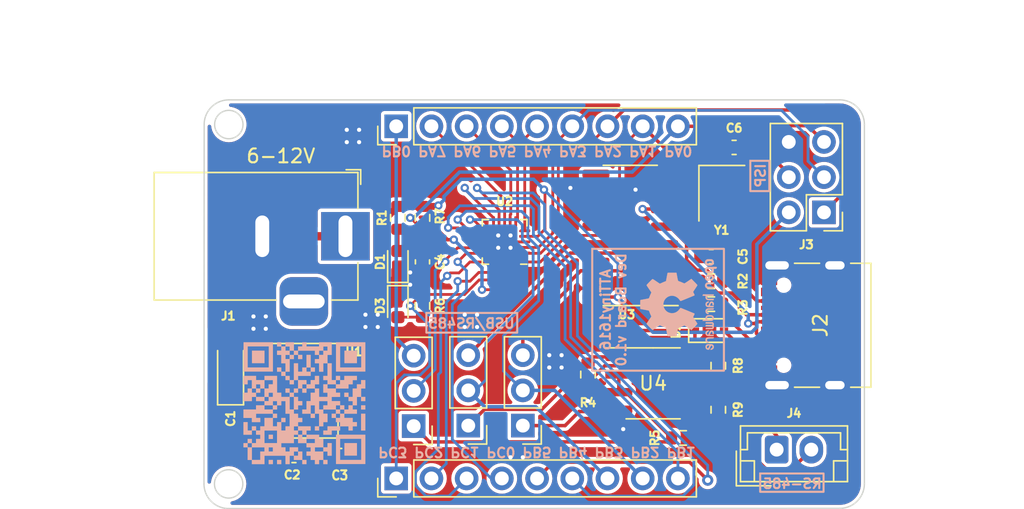
<source format=kicad_pcb>
(kicad_pcb (version 20211014) (generator pcbnew)
  (layers (0 "F.Cu" signal) (31 "B.Cu" signal) (34 "B.Paste" user) (35 "F.Paste" user) (36 "B.SilkS" user "B.Silkscreen") (37 "F.SilkS" user "F.Silkscreen") (38 "B.Mask" user) (39 "F.Mask" user) (44 "Edge.Cuts" user))
  (net 0 "")
  (net 1 "+12V")
  (net 2 "GND")
  (net 3 "+5V")
  (net 4 "/PA0")
  (net 5 "/CH_XI")
  (net 6 "/CH_XO")
  (net 7 "Net-(D1-Pad2)")
  (net 8 "Net-(D2-Pad2)")
  (net 9 "Net-(D3-Pad2)")
  (net 10 "Net-(J2-PadA5)")
  (net 11 "Net-(J2-PadA6)")
  (net 12 "Net-(J2-PadA7)")
  (net 14 "Net-(J2-PadB5)")
  (net 16 "/PA2")
  (net 17 "/PA3")
  (net 18 "/PA1")
  (net 19 "Net-(J4-Pad1)")
  (net 20 "Net-(J4-Pad2)")
  (net 21 "/PB0_SW_O")
  (net 22 "/PA7")
  (net 23 "/PA6")
  (net 24 "/PA5")
  (net 25 "/PA4")
  (net 26 "/PC3")
  (net 27 "/PC2")
  (net 28 "/PC1")
  (net 29 "/PC0")
  (net 30 "/PB5")
  (net 31 "/PB4")
  (net 32 "/PB3")
  (net 33 "/PB2")
  (net 34 "/PB1")
  (net 35 "/RS_DI")
  (net 36 "/CH_TXD")
  (net 37 "/RS_DO")
  (net 38 "/CH_RXD")
  (net 39 "/RS_DE")
  (net 40 "/PB0")
  (footprint "Diode_SMD:D_SOD-323" (layer "F.Cu") (at 121.92 53.34)
    (fp_text reference "D2")
    (fp_text value "SS10")
  )
  (footprint "Connector_USB:USB_C_Receptacle_Palconn_UTC16-G" (layer "F.Cu") (at 128.7272 52.959 90)
    (fp_text reference "J2")
    (fp_text value "USB_C_Receptacle_USB2.0" hide)
  )
  (footprint "Resistor_SMD:R_0603_1608Metric" (layer "F.Cu") (at 120.015 61.087)
    (fp_text reference "R5")
    (fp_text value "10K")
  )
  (footprint "Crystal:Crystal_SMD_3225-4Pin_3.2x2.5mm" (layer "F.Cu") (at 122.809 43.434 -90)
    (fp_text reference "Y1")
    (fp_text value "12Mhz")
  )
  (footprint "Diode_SMD:D_0603_1608Metric" (layer "F.Cu") (at 99.441 51.5875 -90)
    (fp_text reference "D3")
    (fp_text value "RED")
  )
  (footprint "Package_TO_SOT_SMD:SOT-223-3_TabPin2" (layer "F.Cu") (at 93.218 57.6834)
    (fp_text reference "U1")
    (fp_text value "AMS1117-5.0")
  )
  (footprint "Connector_PinHeader_2.54mm:PinHeader_1x09_P2.54mm_Vertical" (layer "F.Cu") (at 99.324 38.608 90)
    (fp_text reference "J5" hide)
    (fp_text value "Conn_01x09_Male" hide)
  )
  (footprint "Resistor_SMD:R_0603_1608Metric" (layer "F.Cu") (at 113.157 56.515 90)
    (fp_text reference "R4")
    (fp_text value "10K")
  )
  (footprint "Resistor_SMD:R_0603_1608Metric" (layer "F.Cu") (at 101.219 45.212 -90)
    (fp_text reference "R7")
    (fp_text value "10K")
  )
  (footprint "Capacitor_SMD:C_0603_1608Metric" (layer "F.Cu") (at 95.25 62.357 180)
    (fp_text reference "C3")
    (fp_text value "0.1uF")
  )
  (footprint "Connector_PinHeader_2.54mm:PinHeader_1x09_P2.54mm_Vertical" (layer "F.Cu") (at 99.324 64.008 90)
    (fp_text reference "J6" hide)
    (fp_text value "Conn_01x09_Male" hide)
  )
  (footprint "Capacitor_SMD:C_0603_1608Metric" (layer "F.Cu") (at 122.047 48.006 180)
    (fp_text reference "C5")
    (fp_text value "15pF")
  )
  (footprint "Resistor_SMD:R_0603_1608Metric" (layer "F.Cu") (at 122.555 55.88 -90)
    (fp_text reference "R8")
    (fp_text value "10K")
  )
  (footprint "Capacitor_SMD:C_0603_1608Metric" (layer "F.Cu") (at 123.698 40.132 180)
    (fp_text reference "C6")
    (fp_text value "15pF")
  )
  (footprint "Capacitor_SMD:C_0603_1608Metric" (layer "F.Cu") (at 101.219 48.387 -90)
    (fp_text reference "C4")
    (fp_text value "0.1uF")
  )
  (footprint "Connector_BarrelJack:BarrelJack_Horizontal" (layer "F.Cu") (at 95.662 46.5405)
    (fp_text reference "J1")
    (fp_text value "Barrel_Jack" hide)
  )
  (footprint "Resistor_SMD:R_0603_1608Metric" (layer "F.Cu") (at 122.047 49.784 180)
    (fp_text reference "R2")
    (fp_text value "5.1K")
  )
  (footprint "Resistor_SMD:R_0603_1608Metric" (layer "F.Cu") (at 122.047 51.435 180)
    (fp_text reference "R3")
    (fp_text value "5.1K")
  )
  (footprint "Package_SO:SOIC-16_3.9x9.9mm_P1.27mm" (layer "F.Cu") (at 116.205 46.482 180)
    (fp_text reference "U3")
    (fp_text value "CH340G")
  )
  (footprint "Connector_PinHeader_2.54mm:PinHeader_1x03_P2.54mm_Vertical" (layer "F.Cu") (at 104.521 60.198 180)
    (fp_text reference "JP2" hide)
    (fp_text value "RX_SW")
  )
  (footprint "Connector_PinHeader_2.54mm:PinHeader_2x03_P2.54mm_Vertical" (layer "F.Cu") (at 130.18 44.816 180)
    (fp_text reference "J3")
    (fp_text value "Conn_02x03_Odd_Even" hide)
  )
  (footprint "Connector_PinHeader_2.54mm:PinHeader_1x03_P2.54mm_Vertical" (layer "F.Cu") (at 108.458 60.198 180)
    (fp_text reference "JP1" hide)
    (fp_text value "TX_SW")
  )
  (footprint "Resistor_SMD:R_0603_1608Metric" (layer "F.Cu") (at 99.441 45.212 -90)
    (fp_text reference "R1")
    (fp_text value "1K")
  )
  (footprint "Diode_SMD:D_0603_1608Metric" (layer "F.Cu") (at 99.441 48.387 90)
    (fp_text reference "D1")
    (fp_text value "RED")
  )
  (footprint "Capacitor_SMD:C_0603_1608Metric" (layer "F.Cu") (at 91.948 62.357)
    (fp_text reference "C2")
    (fp_text value "0.1uF")
  )
  (footprint "Resistor_SMD:R_0603_1608Metric" (layer "F.Cu") (at 122.555 59.055 -90)
    (fp_text reference "R9")
    (fp_text value "10K")
  )
  (footprint "Resistor_SMD:R_0603_1608Metric" (layer "F.Cu") (at 101.219 51.562 -90)
    (fp_text reference "R6")
    (fp_text value "1K")
  )
  (footprint "Connector_JST:JST_EH_B2B-EH-A_1x02_P2.50mm_Vertical" (layer "F.Cu") (at 126.766 61.93)
    (fp_text reference "J4")
    (fp_text value "Conn_01x02_Female" hide)
  )
  (footprint "Connector_PinHeader_2.54mm:PinHeader_1x03_P2.54mm_Vertical" (layer "F.Cu") (at 100.584 60.2338 180)
    (fp_text reference "JP3" hide)
    (fp_text value "XDIR_SW")
  )
  (footprint "Package_DFN_QFN:VQFN-20-1EP_3x3mm_P0.4mm_EP1.7x1.7mm" (layer "F.Cu") (at 107.144 46.946 180)
    (fp_text reference "U2")
    (fp_text value "ATtiny1616-M")
  )
  (footprint "Capacitor_Tantalum_SMD:CP_EIA-3216-10_Kemet-I" (layer "F.Cu") (at 87.376 56.388 90)
    (fp_text reference "C1")
    (fp_text value "10uF")
  )
  (footprint "Package_SO:SOIC-8_3.9x4.9mm_P1.27mm" (layer "F.Cu") (at 117.856 57.15)
    (fp_text reference "U4")
    (fp_text value "MAX3485")
  )
  (footprint "Local footprints:qr-code" (layer "B.Cu") (at 92.71 58.5724 180)
    (fp_text reference "G***" hide)
    (fp_text value "LOGO" hide)
  )
  (footprint "Symbol:OSHW-Logo2_7.3x6mm_SilkScreen" (layer "B.Cu") (at 119.6848 51.4604 -90)
    (fp_text reference "REF**" hide)
    (fp_text value "OSHW-Logo2_7.3x6mm_SilkScreen" hide)
  )
  (gr_rect (start 124.8664 41.0972) (end 126.238 43.2816) (layer "B.SilkS") (width 0.15) (fill none))
  (gr_rect (start 125.5776 63.6524) (end 130.1496 64.9732) (layer "B.SilkS") (width 0.15) (fill none))
  (gr_rect (start 113.4618 47.4472) (end 122.9614 56.2356) (layer "B.SilkS") (width 0.15) (fill none))
  (gr_rect (start 101.4984 52.07) (end 108.0516 53.4924) (layer "B.SilkS") (width 0.15) (fill none))
  (gr_circle (center 87.249 38.481) (end 87.757 39.37) (layer "Edge.Cuts") (width 0.1) (fill none))
  (gr_line (start 131.318 66.167) (end 87.236236 66.179764) (layer "Edge.Cuts") (width 0.1))
  (gr_line (start 85.458236 64.401764) (end 85.471 38.481) (layer "Edge.Cuts") (width 0.1))
  (gr_arc (start 133.096 64.389) (mid 132.575246 65.646246) (end 131.318 66.167) (layer "Edge.Cuts") (width 0.1))
  (gr_arc (start 85.471 38.481) (mid 85.991764 37.223764) (end 87.249 36.703) (layer "Edge.Cuts") (width 0.1))
  (gr_arc (start 87.236236 66.179764) (mid 85.97899 65.65901) (end 85.458236 64.401764) (layer "Edge.Cuts") (width 0.1))
  (gr_line (start 133.096 38.481) (end 133.096 64.389) (layer "Edge.Cuts") (width 0.1))
  (gr_circle (center 87.2362 64.4018) (end 87.7442 65.2908) (layer "Edge.Cuts") (width 0.1) (fill none))
  (gr_line (start 87.249 36.703) (end 131.318 36.703) (layer "Edge.Cuts") (width 0.1))
  (gr_arc (start 131.318 36.703) (mid 132.575236 37.223764) (end 133.096 38.481) (layer "Edge.Cuts") (width 0.1))
  (gr_text "USB/RS485" (at 104.7496 52.832) (layer "B.SilkS") (effects (font (size 0.7 0.7)) (justify mirror)))
  (gr_text "ISP" (at 125.603 42.164 90) (layer "B.SilkS") (effects (font (size 0.7 0.7)) (justify mirror)))
  (gr_text "PC3 PC2 PC1 PC0 PB5 PB4 PB3 PB2 PB1" (at 109.474 62.103 180) (layer "B.SilkS") (effects (font (size 0.7 0.7)) (justify mirror)))
  (gr_text "ATTiny1616\nDev Board v1.0\n" (at 114.9858 51.8414 90) (layer "B.SilkS") (effects (font (size 0.7 0.7)) (justify mirror)))
  (gr_text "PB0 PA7 PA6 PA5 PA4 PA3 PA2 PA1 PA0" (at 109.474 40.386 180) (layer "B.SilkS") (effects (font (size 0.71 0.71)) (justify mirror)))
  (gr_text "RS-485" (at 127.889 64.389) (layer "B.SilkS") (effects (font (size 0.7 0.7)) (justify mirror)))
  (gr_text "6-12V" (at 91 40.75) (layer "F.SilkS") (effects (font (size 1 1))))
  (segment (start 87.376 57.738) (end 89.6214 59.9834) (width 0.6) (layer "F.Cu") (net 1))
  (segment (start 95.662 46.5405) (end 93.312 46.5405) (width 0.6) (layer "F.Cu") (net 1))
  (segment (start 93.312 46.5405) (end 86.201 53.6515) (width 0.5) (layer "F.Cu") (net 1))
  (segment (start 86.201 56.563) (end 87.376 57.738) (width 0.6) (layer "F.Cu") (net 1))
  (segment (start 90.068 61.252) (end 91.173 62.357) (width 0.6) (layer "F.Cu") (net 1))
  (segment (start 90.068 59.9834) (end 90.068 61.252) (width 0.6) (layer "F.Cu") (net 1))
  (segment (start 89.6214 59.9834) (end 90.068 59.9834) (width 0.6) (layer "F.Cu") (net 1))
  (segment (start 86.201 53.6515) (end 86.201 56.563) (width 0.5) (layer "F.Cu") (net 1))
  (segment (start 108.594 46.946) (end 107.144 46.946) (width 0.2) (layer "F.Cu") (net 2))
  (via (at 97.9932 52.197) (size 0.6) (drill 0.3) (layers "F.Cu" "B.Cu") (net 2))
  (via (at 104.267 53.086) (size 0.6) (drill 0.3) (layers "F.Cu" "B.Cu") (net 2))
  (via (at 89.916 53.213) (size 0.6) (drill 0.3) (layers "F.Cu" "B.Cu") (net 2))
  (via (at 116.586 43.18) (size 0.6) (drill 0.3) (layers "F.Cu" "B.Cu") (net 2))
  (via (at 113.157 58.42) (size 0.6) (drill 0.3) (layers "F.Cu" "B.Cu") (net 2))
  (via (at 89.916 52.324) (size 0.6) (drill 0.3) (layers "F.Cu" "B.Cu") (net 2))
  (via (at 106.68 46.482) (size 0.6) (drill 0.3) (layers "F.Cu" "B.Cu") (net 2))
  (via (at 97.9932 53.086) (size 0.6) (drill 0.3) (layers "F.Cu" "B.Cu") (net 2))
  (via (at 115.697 60.452) (size 0.6) (drill 0.3) (layers "F.Cu" "B.Cu") (net 2))
  (via (at 108.458 62.484) (size 0.6) (drill 0.3) (layers "F.Cu" "B.Cu") (net 2))
  (via (at 110.363 56.007) (size 0.6) (drill 0.3) (layers "F.Cu" "B.Cu") (net 2))
  (via (at 105.156 53.086) (size 0.6) (drill 0.3) (layers "F.Cu" "B.Cu") (net 2))
  (via (at 96.647 38.862) (size 0.6) (drill 0.3) (layers "F.Cu" "B.Cu") (net 2))
  (via (at 105.156 52.197) (size 0.6) (drill 0.3) (layers "F.Cu" "B.Cu") (net 2))
  (via (at 107.569 62.484) (size 0.6) (drill 0.3) (layers "F.Cu" "B.Cu") (net 2))
  (via (at 107.569 46.482) (size 0.6) (drill 0.3) (layers "F.Cu" "B.Cu") (net 2))
  (via (at 104.267 52.197) (size 0.6) (drill 0.3) (layers "F.Cu" "B.Cu") (net 2))
  (via (at 100.33 50.038) (size 0.6) (drill 0.3) (layers "F.Cu" "B.Cu") (net 2))
  (via (at 111.887 43.053) (size 0.6) (drill 0.3) (layers "F.Cu" "B.Cu") (net 2))
  (via (at 95.758 38.862) (size 0.6) (drill 0.3) (layers "F.Cu" "B.Cu") (net 2))
  (via (at 95.758 39.751) (size 0.6) (drill 0.3) (layers "F.Cu" "B.Cu") (net 2))
  (via (at 97.1042 52.197) (size 0.6) (drill 0.3) (layers "F.Cu" "B.Cu") (net 2))
  (via (at 97.1042 53.086) (size 0.6) (drill 0.3) (layers "F.Cu" "B.Cu") (net 2))
  (via (at 111.252 56.007) (size 0.6) (drill 0.3) (layers "F.Cu" "B.Cu") (net 2))
  (via (at 89.027 53.213) (size 0.6) (drill 0.3) (layers "F.Cu" "B.Cu") (net 2))
  (via (at 100.33 49.149) (size 0.6) (drill 0.3) (layers "F.Cu" "B.Cu") (net 2))
  (via (at 110.363 55.118) (size 0.6) (drill 0.3) (layers "F.Cu" "B.Cu") (net 2))
  (via (at 106.68 47.371) (size 0.6) (drill 0.3) (layers "F.Cu" "B.Cu") (net 2))
  (via (at 111.252 55.118) (size 0.6) (drill 0.3) (layers "F.Cu" "B.Cu") (net 2))
  (via (at 107.569 47.371) (size 0.6) (drill 0.3) (layers "F.Cu" "B.Cu") (net 2))
  (via (at 96.647 39.751) (size 0.6) (drill 0.3) (layers "F.Cu" "B.Cu") (net 2))
  (via (at 89.027 52.324) (size 0.6) (drill 0.3) (layers "F.Cu" "B.Cu") (net 2))
  (segment (start 113.73 49.657) (end 113.73 50.927) (width 0.25) (layer "F.Cu") (net 3))
  (segment (start 95.9478 57.2632) (end 96.368 57.6834) (width 0.5) (layer "F.Cu") (net 3))
  (segment (start 99.441 44.387) (end 98.516 45.312) (width 0.5) (layer "F.Cu") (net 3))
  (segment (start 120.87 54.706) (end 120.331 55.245) (width 0.25) (layer "F.Cu") (net 3))
  (segment (start 122.365 55.245) (end 122.555 55.055) (width 0.25) (layer "F.Cu") (net 3))
  (segment (start 102.298 44.387) (end 102.362 44.323) (width 0.5) (layer "F.Cu") (net 3))
  (segment (start 96.025 58.0264) (end 96.368 57.6834) (width 0.6) (layer "F.Cu") (net 3))
  (segment (start 113.73 50.927) (end 115.316 50.927) (width 0.25) (layer "F.Cu") (net 3))
  (segment (start 119.696 55.88) (end 120.331 55.245) (width 0.25) (layer "F.Cu") (net 3))
  (segment (start 113.73 50.927) (end 116.143 53.34) (width 0.25) (layer "F.Cu") (net 3))
  (segment (start 120.331 55.245) (end 122.365 55.245) (width 0.25) (layer "F.Cu") (net 3))
  (segment (start 120.87 53.34) (end 120.87 54.706) (width 0.25) (layer "F.Cu") (net 3))
  (segment (start 114.369249 55.88) (end 119.696 55.88) (width 0.25) (layer "F.Cu") (net 3))
  (segment (start 116.143 53.34) (end 120.87 53.34) (width 0.25) (layer "F.Cu") (net 3))
  (segment (start 110.055 46.028) (end 110.055 43.253) (width 0.2) (layer "F.Cu") (net 3))
  (segment (start 90.068 57.6834) (end 96.368 57.6834) (width 0.6) (layer "F.Cu") (net 3))
  (segment (start 113.157 57.34) (end 113.157 57.092249) (width 0.25) (layer "F.Cu") (net 3))
  (segment (start 96.025 62.357) (end 96.025 58.0264) (width 0.6) (layer "F.Cu") (net 3))
  (segment (start 95.9478 51.7786) (end 95.9478 57.2632) (width 0.5) (layer "F.Cu") (net 3))
  (segment (start 99.441 44.387) (end 101.219 44.387) (width 0.5) (layer "F.Cu") (net 3))
  (segment (start 110.055 43.253) (end 109.982 43.18) (width 0.2) (layer "F.Cu") (net 3))
  (segment (start 98.516 45.312) (end 98.516 49.2104) (width 0.5) (layer "F.Cu") (net 3))
  (segment (start 98.516 49.2104) (end 95.9478 51.7786) (width 0.5) (layer "F.Cu") (net 3))
  (segment (start 109.537 46.546) (end 110.055 46.028) (width 0.2) (layer "F.Cu") (net 3))
  (segment (start 108.594 46.546) (end 109.537 46.546) (width 0.2) (layer "F.Cu") (net 3))
  (segment (start 101.219 44.387) (end 102.298 44.387) (width 0.5) (layer "F.Cu") (net 3))
  (segment (start 113.157 57.092249) (end 114.369249 55.88) (width 0.25) (layer "F.Cu") (net 3))
  (via (at 109.982 43.18) (size 0.6) (drill 0.3) (layers "F.Cu" "B.Cu") (net 3))
  (via (at 115.316 50.927) (size 0.6) (drill 0.3) (layers "F.Cu" "B.Cu") (net 3))
  (via (at 102.362 44.323) (size 0.6) (drill 0.3) (layers "F.Cu" "B.Cu") (net 3))
  (segment (start 125.339 47.117) (end 125.339 53.090884) (width 0.25) (layer "B.Cu") (net 3))
  (segment (start 115.316 48.514) (end 115.316 50.927) (width 0.2) (layer "B.Cu") (net 3))
  (segment (start 117.856 53.467) (end 115.316 50.927) (width 0.25) (layer "B.Cu") (net 3))
  (segment (start 102.771 43.665116) (end 104.008116 42.428) (width 0.25) (layer "B.Cu") (net 3))
  (segment (start 102.771 43.914) (end 102.771 43.665116) (width 0.25) (layer "B.Cu") (net 3))
  (segment (start 124.962884 53.467) (end 117.856 53.467) (width 0.25) (layer "B.Cu") (net 3))
  (segment (start 127.64 44.816) (end 125.339 47.117) (width 0.25) (layer "B.Cu") (net 3))
  (segment (start 125.339 53.090884) (end 124.962884 53.467) (width 0.25) (layer "B.Cu") (net 3))
  (segment (start 102.771 43.914) (end 102.362 44.323) (width 0.25) (layer "B.Cu") (net 3))
  (segment (start 104.008116 42.428) (end 109.23 42.428) (width 0.25) (layer "B.Cu") (net 3))
  (segment (start 109.23 42.428) (end 109.982 43.18) (width 0.25) (layer "B.Cu") (net 3))
  (segment (start 109.982 43.18) (end 115.316 48.514) (width 0.2) (layer "B.Cu") (net 3))
  (segment (start 100.33 45.212) (end 100.394 45.212) (width 0.25) (layer "F.Cu") (net 4))
  (segment (start 126.793 38.561) (end 129.005 38.561) (width 0.25) (layer "F.Cu") (net 4))
  (segment (start 107.544 48.396) (end 107.544 49.3264) (width 0.2) (layer "F.Cu") (net 4))
  (segment (start 101.219 46.037) (end 102.2726 46.037) (width 0.25) (layer "F.Cu") (net 4))
  (segment (start 119.644 38.608) (end 126.746 38.608) (width 0.25) (layer "F.Cu") (net 4))
  (segment (start 100.394 45.212) (end 101.219 46.037) (width 0.25) (layer "F.Cu") (net 4))
  (segment (start 102.2726 46.037) (end 103.0224 46.7868) (width 0.25) (layer "F.Cu") (net 4))
  (segment (start 107.544 49.3264) (end 106.4768 50.3936) (width 0.2) (layer "F.Cu") (net 4))
  (segment (start 103.0224 46.7868) (end 103.4796 46.7868) (width 0.25) (layer "F.Cu") (net 4))
  (segment (start 126.746 38.608) (end 126.793 38.561) (width 0.25) (layer "F.Cu") (net 4))
  (segment (start 129.005 38.561) (end 130.18 39.736) (width 0.25) (layer "F.Cu") (net 4))
  (segment (start 106.4768 50.3936) (end 105.5116 50.3936) (width 0.2) (layer "F.Cu") (net 4))
  (segment (start 101.219 46.037) (end 101.219 47.612) (width 0.25) (layer "F.Cu") (net 4))
  (via (at 103.4796 46.7868) (size 0.6) (drill 0.3) (layers "F.Cu" "B.Cu") (net 4))
  (via (at 105.5116 50.3936) (size 0.6) (drill 0.3) (layers "F.Cu" "B.Cu") (net 4))
  (via (at 100.33 45.212) (size 0.6) (drill 0.3) (layers "F.Cu" "B.Cu") (net 4))
  (segment (start 116.342 41.91) (end 119.644 38.608) (width 0.25) (layer "B.Cu") (net 4))
  (segment (start 100.58772 45.212) (end 103.88972 41.91) (width 0.25) (layer "B.Cu") (net 4))
  (segment (start 100.33 45.212) (end 100.58772 45.212) (width 0.25) (layer "B.Cu") (net 4))
  (segment (start 103.4796 46.7868) (end 105.5116 48.8188) (width 0.25) (layer "B.Cu") (net 4))
  (segment (start 105.5116 48.8188) (end 105.5116 50.3936) (width 0.25) (layer "B.Cu") (net 4))
  (segment (start 103.88972 41.91) (end 116.342 41.91) (width 0.25) (layer "B.Cu") (net 4))
  (segment (start 122.574 45.719) (end 123.659 44.634) (width 0.25) (layer "F.Cu") (net 5))
  (segment (start 121.194 45.719) (end 121.555 45.719) (width 0.25) (layer "F.Cu") (net 5))
  (segment (start 119.056751 43.307) (end 120.396 44.646249) (width 0.25) (layer "F.Cu") (net 5))
  (segment (start 121.555 45.719) (end 122.574 45.719) (width 0.25) (layer "F.Cu") (net 5))
  (segment (start 121.555 47.723) (end 121.272 48.006) (width 0.25) (layer "F.Cu") (net 5))
  (segment (start 120.396 44.921) (end 121.194 45.719) (width 0.25) (layer "F.Cu") (net 5))
  (segment (start 123.659 44.634) (end 123.659 44.534) (width 0.25) (layer "F.Cu") (net 5))
  (segment (start 118.68 43.307) (end 119.056751 43.307) (width 0.25) (layer "F.Cu") (net 5))
  (segment (start 118.68 43.307) (end 119.143 43.307) (width 0.25) (layer "F.Cu") (net 5))
  (segment (start 120.396 44.646249) (end 120.396 44.921) (width 0.25) (layer "F.Cu") (net 5))
  (segment (start 121.555 45.719) (end 121.555 47.723) (width 0.25) (layer "F.Cu") (net 5))
  (segment (start 122.923 40.132) (end 121.959 41.096) (width 0.25) (layer "F.Cu") (net 6))
  (segment (start 121.959 41.096) (end 121.959 42.334) (width 0.25) (layer "F.Cu") (net 6))
  (segment (start 120.269 42.037) (end 118.68 42.037) (width 0.25) (layer "F.Cu") (net 6))
  (segment (start 120.566 42.334) (end 120.269 42.037) (width 0.25) (layer "F.Cu") (net 6))
  (segment (start 121.959 42.334) (end 120.566 42.334) (width 0.25) (layer "F.Cu") (net 6))
  (segment (start 99.441 46.037) (end 99.441 47.5995) (width 0.25) (layer "F.Cu") (net 7))
  (segment (start 122.97 53.34) (end 124.989 55.359) (width 0.25) (layer "F.Cu") (net 8))
  (segment (start 126.759 55.359) (end 126.2172 55.359) (width 0.25) (layer "F.Cu") (net 8))
  (segment (start 126.812604 50.559) (end 127.635 51.381396) (width 0.25) (layer "F.Cu") (net 8))
  (segment (start 126.2172 50.559) (end 126.812604 50.559) (width 0.25) (layer "F.Cu") (net 8))
  (segment (start 127.635 54.483) (end 126.759 55.359) (width 0.25) (layer "F.Cu") (net 8))
  (segment (start 127.635 51.381396) (end 127.635 54.483) (width 0.25) (layer "F.Cu") (net 8))
  (segment (start 124.989 55.359) (end 126.2172 55.359) (width 0.25) (layer "F.Cu") (net 8))
  (segment (start 101.207 52.375) (end 101.219 52.387) (width 0.2) (layer "F.Cu") (net 9))
  (segment (start 99.441 52.375) (end 101.207 52.375) (width 0.2) (layer "F.Cu") (net 9))
  (segment (start 125.014 54.209) (end 122.872 52.067) (width 0.25) (layer "F.Cu") (net 10))
  (segment (start 122.872 52.067) (end 122.872 51.435) (width 0.25) (layer "F.Cu") (net 10))
  (segment (start 126.2172 54.209) (end 125.014 54.209) (width 0.25) (layer "F.Cu") (net 10))
  (segment (start 120.269 48.255817) (end 120.997183 48.984) (width 0.25) (layer "F.Cu") (net 11))
  (segment (start 125.234 52.209) (end 126.2172 52.209) (width 0.25) (layer "F.Cu") (net 11))
  (segment (start 124.079 51.181) (end 124.079 51.689) (width 0.25) (layer "F.Cu") (net 11))
  (segment (start 127.0972 52.209) (end 127.1222 52.234) (width 0.25) (layer "F.Cu") (net 11))
  (segment (start 126.2172 52.209) (end 127.0972 52.209) (width 0.25) (layer "F.Cu") (net 11))
  (segment (start 127.1222 52.234) (end 127.1222 53.184) (width 0.25) (layer "F.Cu") (net 11))
  (segment (start 127.0972 53.209) (end 126.2172 53.209) (width 0.25) (layer "F.Cu") (net 11))
  (segment (start 120.997183 48.984) (end 121.728 48.984) (width 0.25) (layer "F.Cu") (net 11))
  (segment (start 121.728 48.984) (end 122.147 49.403) (width 0.25) (layer "F.Cu") (net 11))
  (segment (start 124.079 51.689) (end 124.587 52.197) (width 0.25) (layer "F.Cu") (net 11))
  (segment (start 127.1222 53.184) (end 127.0972 53.209) (width 0.25) (layer "F.Cu") (net 11))
  (segment (start 123.533 50.635) (end 124.079 51.181) (width 0.25) (layer "F.Cu") (net 11))
  (segment (start 118.68 45.847) (end 119.056751 45.847) (width 0.25) (layer "F.Cu") (net 11))
  (segment (start 124.587 52.197) (end 125.222 52.197) (width 0.25) (layer "F.Cu") (net 11))
  (segment (start 122.505538 50.635) (end 123.533 50.635) (width 0.25) (layer "F.Cu") (net 11))
  (segment (start 119.056751 45.847) (end 120.269 47.059249) (width 0.25) (layer "F.Cu") (net 11))
  (segment (start 122.147 50.276462) (end 122.505538 50.635) (width 0.25) (layer "F.Cu") (net 11))
  (segment (start 125.222 52.197) (end 125.234 52.209) (width 0.25) (layer "F.Cu") (net 11))
  (segment (start 122.147 49.403) (end 122.147 50.276462) (width 0.25) (layer "F.Cu") (net 11))
  (segment (start 120.269 47.059249) (end 120.269 48.255817) (width 0.25) (layer "F.Cu") (net 11))
  (segment (start 125.3122 53.547604) (end 125.473596 53.709) (width 0.25) (layer "F.Cu") (net 12))
  (segment (start 126.2172 52.709) (end 125.3372 52.709) (width 0.25) (layer "F.Cu") (net 12))
  (segment (start 125.473596 53.709) (end 126.2172 53.709) (width 0.25) (layer "F.Cu") (net 12))
  (segment (start 125.3122 52.734) (end 125.3122 53.547604) (width 0.25) (layer "F.Cu") (net 12))
  (segment (start 125.3372 52.709) (end 125.3122 52.734) (width 0.25) (layer "F.Cu") (net 12))
  (segment (start 118.68 44.577) (end 117.094 44.577) (width 0.25) (layer "F.Cu") (net 12))
  (segment (start 124.714 52.832) (end 125.2142 52.832) (width 0.25) (layer "F.Cu") (net 12))
  (segment (start 125.2142 52.832) (end 125.3122 52.734) (width 0.25) (layer "F.Cu") (net 12))
  (via (at 124.714 52.832) (size 0.6) (drill 0.3) (layers "F.Cu" "B.Cu") (net 12))
  (via (at 117.094 44.577) (size 0.6) (drill 0.3) (layers "F.Cu" "B.Cu") (net 12))
  (segment (start 117.094 44.577) (end 124.714 52.197) (width 0.25) (layer "B.Cu") (net 12))
  (segment (start 124.714 52.197) (end 124.714 52.832) (width 0.25) (layer "B.Cu") (net 12))
  (segment (start 123.9122 49.784) (end 122.872 49.784) (width 0.25) (layer "F.Cu") (net 14))
  (segment (start 125.3372 51.209) (end 123.9122 49.784) (width 0.25) (layer "F.Cu") (net 14))
  (segment (start 126.2172 51.209) (end 125.3372 51.209) (width 0.25) (layer "F.Cu") (net 14))
  (segment (start 111.652 39.878) (end 113.294 39.878) (width 0.2) (layer "F.Cu") (net 16))
  (segment (start 131.699 43.297) (end 130.18 44.816) (width 0.25) (layer "F.Cu") (net 16))
  (segment (start 111.017 46.480214) (end 111.017 40.513) (width 0.2) (layer "F.Cu") (net 16))
  (segment (start 113.294 39.878) (end 114.564 38.608) (width 0.2) (layer "F.Cu") (net 16))
  (segment (start 108.619 47.771) (end 109.726215 47.771) (width 0.2) (layer "F.Cu") (net 16))
  (segment (start 115.739 37.433) (end 129.889 37.433) (width 0.25) (layer "F.Cu") (net 16))
  (segment (start 129.889 37.433) (end 131.699 39.243) (width 0.25) (layer "F.Cu") (net 16))
  (segment (start 108.594 47.746) (end 108.619 47.771) (width 0.2) (layer "F.Cu") (net 16))
  (segment (start 131.699 39.243) (end 131.699 43.297) (width 0.25) (layer "F.Cu") (net 16))
  (segment (start 111.017 40.513) (end 111.652 39.878) (width 0.2) (layer "F.Cu") (net 16))
  (segment (start 109.726215 47.771) (end 111.017 46.480214) (width 0.2) (layer "F.Cu") (net 16))
  (segment (start 114.564 38.608) (end 115.739 37.433) (width 0.25) (layer "F.Cu") (net 16))
  (segment (start 110.617 46.314529) (end 109.585529 47.346) (width 0.2) (layer "F.Cu") (net 17))
  (segment (start 109.585529 47.346) (end 108.594 47.346) (width 0.2) (layer "F.Cu") (net 17))
  (segment (start 112.024 38.608) (end 110.617 40.015) (width 0.2) (layer "F.Cu") (net 17))
  (segment (start 110.617 40.015) (end 110.617 46.314529) (width 0.2) (layer "F.Cu") (net 17))
  (segment (start 129.03 41.126) (end 130.18 42.276) (width 0.2) (layer "B.Cu") (net 17))
  (segment (start 127.12 37.458) (end 129.03 39.368) (width 0.2) (layer "B.Cu") (net 17))
  (segment (start 129.03 39.368) (end 129.03 41.126) (width 0.2) (layer "B.Cu") (net 17))
  (segment (start 112.024 38.608) (end 113.174 37.458) (width 0.2) (layer "B.Cu") (net 17))
  (segment (start 113.174 37.458) (end 127.12 37.458) (width 0.2) (layer "B.Cu") (net 17))
  (segment (start 109.719 48.396) (end 107.944 48.396) (width 0.2) (layer "F.Cu") (net 18))
  (segment (start 122.470183 39.332) (end 124.925817 39.332) (width 0.25) (layer "F.Cu") (net 18))
  (segment (start 115.434 40.278) (end 115.434 45.824396) (width 0.2) (layer "F.Cu") (net 18))
  (segment (start 115.434 45.824396) (end 114.776396 46.482) (width 0.2) (layer "F.Cu") (net 18))
  (segment (start 117.104 38.608) (end 118.628 40.132) (width 0.25) (layer "F.Cu") (net 18))
  (segment (start 124.925817 39.332) (end 127.64 42.046183) (width 0.25) (layer "F.Cu") (net 18))
  (segment (start 114.776396 46.482) (end 111.633 46.482) (width 0.2) (layer "F.Cu") (net 18))
  (segment (start 121.670183 40.132) (end 122.470183 39.332) (width 0.25) (layer "F.Cu") (net 18))
  (segment (start 117.104 38.608) (end 115.434 40.278) (width 0.2) (layer "F.Cu") (net 18))
  (segment (start 127.64 42.046183) (end 127.64 42.276) (width 0.25) (layer "F.Cu") (net 18))
  (segment (start 111.633 46.482) (end 109.719 48.396) (width 0.2) (layer "F.Cu") (net 18))
  (segment (start 118.628 40.132) (end 121.670183 40.132) (width 0.25) (layer "F.Cu") (net 18))
  (segment (start 120.331 56.515) (end 122.365 56.515) (width 0.25) (layer "F.Cu") (net 19))
  (segment (start 122.365 56.515) (end 122.555 56.705) (width 0.25) (layer "F.Cu") (net 19))
  (segment (start 126.766 60.916) (end 126.766 61.93) (width 0.25) (layer "F.Cu") (net 19))
  (segment (start 122.555 56.705) (end 126.766 60.916) (width 0.25) (layer "F.Cu") (net 19))
  (segment (start 124.714 62.041173) (end 126.172827 63.5) (width 0.25) (layer "F.Cu") (net 20))
  (segment (start 122.11 57.785) (end 122.555 58.23) (width 0.25) (layer "F.Cu") (net 20))
  (segment (start 122.555 58.662538) (end 124.714 60.821538) (width 0.25) (layer "F.Cu") (net 20))
  (segment (start 124.714 60.821538) (end 124.714 62.041173) (width 0.25) (layer "F.Cu") (net 20))
  (segment (start 127.696 63.5) (end 129.266 61.93) (width 0.25) (layer "F.Cu") (net 20))
  (segment (start 120.331 57.785) (end 122.11 57.785) (width 0.25) (layer "F.Cu") (net 20))
  (segment (start 122.555 58.23) (end 122.555 58.662538) (width 0.25) (layer "F.Cu") (net 20))
  (segment (start 126.172827 63.5) (end 127.696 63.5) (width 0.25) (layer "F.Cu") (net 20))
  (segment (start 99.324 53.8938) (end 100.584 55.1538) (width 0.25) (layer "B.Cu") (net 21))
  (segment (start 99.324 38.608) (end 99.324 53.8938) (width 0.25) (layer "B.Cu") (net 21))
  (segment (start 107.144 43.976) (end 107.144 45.085) (width 0.2) (layer "F.Cu") (net 22))
  (segment (start 101.864 38.608) (end 107.188 43.932) (width 0.2) (layer "F.Cu") (net 22))
  (segment (start 107.188 43.932) (end 107.144 43.976) (width 0.2) (layer "F.Cu") (net 22))
  (segment (start 107.588 44.957025) (end 107.544 45.001025) (width 0.2) (layer "F.Cu") (net 23))
  (segment (start 107.588 41.792) (end 107.588 44.957025) (width 0.2) (layer "F.Cu") (net 23))
  (segment (start 107.544 45.001025) (end 107.544 45.496) (width 0.2) (layer "F.Cu") (net 23))
  (segment (start 104.404 38.608) (end 107.588 41.792) (width 0.2) (layer "F.Cu") (net 23))
  (segment (start 108.077 45.363) (end 107.944 45.496) (width 0.2) (layer "F.Cu") (net 24))
  (segment (start 106.944 38.608) (end 108.077 39.741) (width 0.2) (layer "F.Cu") (net 24))
  (segment (start 108.077 39.741) (end 108.077 45.363) (width 0.2) (layer "F.Cu") (net 24))
  (segment (start 108.594 39.498) (end 108.594 46.121) (width 0.2) (layer "F.Cu") (net 25))
  (segment (start 109.484 38.608) (end 108.594 39.498) (width 0.2) (layer "F.Cu") (net 25))
  (segment (start 107.144 49.066) (end 106.518 49.692) (width 0.2) (layer "F.Cu") (net 26))
  (segment (start 107.144 48.396) (end 107.144 49.066) (width 0.2) (layer "F.Cu") (net 26))
  (segment (start 104.260686 50.737) (end 101.219 50.737) (width 0.2) (layer "F.Cu") (net 26))
  (segment (start 106.518 49.692) (end 105.305686 49.692) (width 0.2) (layer "F.Cu") (net 26))
  (segment (start 101.219 50.737) (end 101.155 50.737) (width 0.2) (layer "F.Cu") (net 26))
  (segment (start 105.305686 49.692) (end 104.260686 50.737) (width 0.2) (layer "F.Cu") (net 26))
  (segment (start 101.155 50.737) (end 100.33 51.562) (width 0.2) (layer "F.Cu") (net 26))
  (via (at 100.33 51.562) (size 0.6) (drill 0.3) (layers "F.Cu" "B.Cu") (net 26))
  (segment (start 101.060346 56.5438) (end 99.9202 56.5438) (width 0.2) (layer "B.Cu") (net 26))
  (segment (start 101.734 52.966) (end 101.734 55.870146) (width 0.2) (layer "B.Cu") (net 26))
  (segment (start 99.324 57.14) (end 99.324 64.008) (width 0.2) (layer "B.Cu") (net 26))
  (segment (start 101.734 55.870146) (end 101.060346 56.5438) (width 0.2) (layer "B.Cu") (net 26))
  (segment (start 100.33 51.562) (end 101.734 52.966) (width 0.2) (layer "B.Cu") (net 26))
  (segment (start 99.9202 56.5438) (end 99.324 57.14) (width 0.2) (layer "B.Cu") (net 26))
  (segment (start 106.744 48.890975) (end 106.744 48.396) (width 0.2) (layer "F.Cu") (net 27))
  (segment (start 104.648 49.784) (end 105.283 49.149) (width 0.2) (layer "F.Cu") (net 27))
  (segment (start 106.485975 49.149) (end 106.744 48.890975) (width 0.2) (layer "F.Cu") (net 27))
  (segment (start 103.759 49.784) (end 104.648 49.784) (width 0.2) (layer "F.Cu") (net 27))
  (segment (start 105.283 49.149) (end 106.485975 49.149) (width 0.2) (layer "F.Cu") (net 27))
  (via (at 103.759 49.784) (size 0.6) (drill 0.3) (layers "F.Cu" "B.Cu") (net 27))
  (segment (start 103.759 50.488314) (end 103.759 49.784) (width 0.2) (layer "B.Cu") (net 27))
  (segment (start 102.934 62.938) (end 101.864 64.008) (width 0.2) (layer "B.Cu") (net 27))
  (segment (start 103.759 50.488314) (end 102.934 51.313314) (width 0.2) (layer "B.Cu") (net 27))
  (segment (start 102.934 51.313314) (end 102.934 62.938) (width 0.2) (layer "B.Cu") (net 27))
  (segment (start 103.216 49.184) (end 102.997 49.403) (width 0.2) (layer "F.Cu") (net 28))
  (segment (start 103.851 49.184) (end 103.216 49.184) (width 0.2) (layer "F.Cu") (net 28))
  (segment (start 106.344 48.396) (end 104.639 48.396) (width 0.2) (layer "F.Cu") (net 28))
  (segment (start 104.639 48.396) (end 103.851 49.184) (width 0.2) (layer "F.Cu") (net 28))
  (via (at 102.997 49.403) (size 0.6) (drill 0.3) (layers "F.Cu" "B.Cu") (net 28))
  (segment (start 100.714 64.519) (end 101.473 65.278) (width 0.2) (layer "B.Cu") (net 28))
  (segment (start 103.134 65.278) (end 104.404 64.008) (width 0.2) (layer "B.Cu") (net 28))
  (segment (start 102.362 61.883654) (end 100.714 63.531654) (width 0.2) (layer "B.Cu") (net 28))
  (segment (start 102.997 49.403) (end 102.534 49.866) (width 0.2) (layer "B.Cu") (net 28))
  (segment (start 102.534 49.866) (end 102.534 56.343) (width 0.2) (layer "B.Cu") (net 28))
  (segment (start 102.362 56.515) (end 102.362 61.883654) (width 0.2) (layer "B.Cu") (net 28))
  (segment (start 100.714 63.531654) (end 100.714 64.519) (width 0.2) (layer "B.Cu") (net 28))
  (segment (start 101.473 65.278) (end 103.134 65.278) (width 0.2) (layer "B.Cu") (net 28))
  (segment (start 102.534 56.343) (end 102.362 56.515) (width 0.2) (layer "B.Cu") (net 28))
  (segment (start 105.694 47.746) (end 105.669 47.771) (width 0.2) (layer "F.Cu") (net 29))
  (segment (start 105.669 47.771) (end 104.375 47.771) (width 0.2) (layer "F.Cu") (net 29))
  (segment (start 104.375 47.771) (end 103.759 48.387) (width 0.2) (layer "F.Cu") (net 29))
  (via (at 103.759 48.387) (size 0.6) (drill 0.3) (layers "F.Cu" "B.Cu") (net 29))
  (segment (start 106.944 64.008) (end 106.172 64.008) (width 0.2) (layer "B.Cu") (net 29))
  (segment (start 104.394 50.419) (end 104.394 49.022) (width 0.2) (layer "B.Cu") (net 29))
  (segment (start 106.172 64.008) (end 103.371 61.207) (width 0.2) (layer "B.Cu") (net 29))
  (segment (start 103.371 61.207) (end 103.371 51.442) (width 0.2) (layer "B.Cu") (net 29))
  (segment (start 104.394 49.022) (end 103.759 48.387) (width 0.2) (layer "B.Cu") (net 29))
  (segment (start 103.371 51.442) (end 104.394 50.419) (width 0.2) (layer "B.Cu") (net 29))
  (segment (start 109.484 64.008) (end 110.659 62.833) (width 0.25) (layer "F.Cu") (net 30))
  (segment (start 110.659 62.833) (end 120.491 62.833) (width 0.25) (layer "F.Cu") (net 30))
  (segment (start 106.744 44.641) (end 106.744 45.496) (width 0.2) (layer "F.Cu") (net 30))
  (segment (start 120.491 62.833) (end 121.793 64.135) (width 0.25) (layer "F.Cu") (net 30))
  (segment (start 105.156 43.053) (end 106.744 44.641) (width 0.2) (layer "F.Cu") (net 30))
  (via (at 121.793 64.135) (size 0.8) (drill 0.4) (layers "F.Cu" "B.Cu") (net 30))
  (via (at 105.156 43.053) (size 0.6) (drill 0.3) (layers "F.Cu" "B.Cu") (net 30))
  (segment (start 112.395 48.485157) (end 112.395 53.732628) (width 0.2) (layer "B.Cu") (net 30))
  (segment (start 109.189371 43.415) (end 105.518 43.415) (width 0.2) (layer "B.Cu") (net 30))
  (segment (start 110.02 44.24563) (end 110.02 46.110157) (width 0.2) (layer "B.Cu") (net 30))
  (segment (start 112.395 53.732628) (end 113.405186 54.742814) (width 0.2) (layer "B.Cu") (net 30))
  (segment (start 121.793 63.061314) (end 121.793 64.135) (width 0.2) (layer "B.Cu") (net 30))
  (segment (start 110.02 46.110157) (end 112.395 48.485157) (width 0.2) (layer "B.Cu") (net 30))
  (segment (start 113.405186 54.742814) (end 113.4745 54.742814) (width 0.2) (layer "B.Cu") (net 30))
  (segment (start 105.518 43.415) (end 105.156 43.053) (width 0.2) (layer "B.Cu") (net 30))
  (segment (start 113.4745 54.742814) (end 121.793 63.061314) (width 0.2) (layer "B.Cu") (net 30))
  (segment (start 109.189371 43.415) (end 110.02 44.24563) (width 0.2) (layer "B.Cu") (net 30))
  (segment (start 106.344 45.216529) (end 106.344 45.496) (width 0.2) (layer "F.Cu") (net 31))
  (segment (start 104.267 43.053) (end 104.267 43.139529) (width 0.2) (layer "F.Cu") (net 31))
  (segment (start 104.267 43.139529) (end 106.344 45.216529) (width 0.2) (layer "F.Cu") (net 31))
  (via (at 104.267 43.053) (size 0.6) (drill 0.3) (layers "F.Cu" "B.Cu") (net 31))
  (segment (start 113.763157 55.597157) (end 120.794 62.628) (width 0.2) (layer "B.Cu") (net 31))
  (segment (start 109.62 44.411315) (end 109.62 46.275843) (width 0.2) (layer "B.Cu") (net 31))
  (segment (start 113.693843 55.597157) (end 113.763157 55.597157) (width 0.2) (layer "B.Cu") (net 31))
  (segment (start 111.906 53.809314) (end 113.693843 55.597157) (width 0.2) (layer "B.Cu") (net 31))
  (segment (start 120.000346 65.278) (end 113.294 65.278) (width 0.2) (layer "B.Cu") (net 31))
  (segment (start 104.942471 43.815) (end 109.023685 43.815) (width 0.2) (layer "B.Cu") (net 31))
  (segment (start 120.794 64.484346) (end 120.000346 65.278) (width 0.2) (layer "B.Cu") (net 31))
  (segment (start 120.794 62.628) (end 120.794 64.484346) (width 0.2) (layer "B.Cu") (net 31))
  (segment (start 109.023685 43.815) (end 109.62 44.411315) (width 0.2) (layer "B.Cu") (net 31))
  (segment (start 111.906 48.561844) (end 111.906 53.809314) (width 0.2) (layer "B.Cu") (net 31))
  (segment (start 104.267 43.139529) (end 104.942471 43.815) (width 0.2) (layer "B.Cu") (net 31))
  (segment (start 113.294 65.278) (end 112.024 64.008) (width 0.2) (layer "B.Cu") (net 31))
  (segment (start 109.62 46.275843) (end 111.906 48.561844) (width 0.2) (layer "B.Cu") (net 31))
  (segment (start 104.267 43.053) (end 104.267 43.139529) (width 0.2) (layer "B.Cu") (net 31))
  (segment (start 104.648 45.339) (end 104.887 45.339) (width 0.2) (layer "F.Cu") (net 32))
  (segment (start 104.887 45.339) (end 105.694 46.146) (width 0.2) (layer "F.Cu") (net 32))
  (via (at 104.648 45.339) (size 0.6) (drill 0.3) (layers "F.Cu" "B.Cu") (net 32))
  (segment (start 108.42 45.72) (end 108.039 45.339) (width 0.2) (layer "B.Cu") (net 32))
  (segment (start 109.201 50.819) (end 109.201 47.553901) (width 0.2) (layer "B.Cu") (net 32))
  (segment (start 104.521 57.658) (end 105.029 57.658) (width 0.2) (layer "B.Cu") (net 32))
  (segment (start 104.521 57.658) (end 105.696 58.833) (width 0.25) (layer "B.Cu") (net 32))
  (segment (start 105.696 58.833) (end 109.389 58.833) (width 0.25) (layer "B.Cu") (net 32))
  (segment (start 105.791 56.896) (end 105.791 54.229) (width 0.2) (layer "B.Cu") (net 32))
  (segment (start 108.42 46.7729) (end 108.42 45.72) (width 0.2) (layer "B.Cu") (net 32))
  (segment (start 105.791 54.229) (end 109.201 50.819) (width 0.2) (layer "B.Cu") (net 32))
  (segment (start 109.201 47.553901) (end 108.42 46.7729) (width 0.2) (layer "B.Cu") (net 32))
  (segment (start 105.029 57.658) (end 105.791 56.896) (width 0.2) (layer "B.Cu") (net 32))
  (segment (start 109.389 58.833) (end 114.564 64.008) (width 0.25) (layer "B.Cu") (net 32))
  (segment (start 108.039 45.339) (end 104.648 45.339) (width 0.2) (layer "B.Cu") (net 32))
  (segment (start 104.966 46.546) (end 105.694 46.546) (width 0.2) (layer "F.Cu") (net 33))
  (segment (start 103.759 45.339) (end 104.966 46.546) (width 0.2) (layer "F.Cu") (net 33))
  (via (at 103.759 45.339) (size 0.6) (drill 0.3) (layers "F.Cu" "B.Cu") (net 33))
  (segment (start 109.601 51.181) (end 107.061 53.721) (width 0.2) (layer "B.Cu") (net 33))
  (segment (start 104.359 44.739) (end 108.366 44.739) (width 0.2) (layer "B.Cu") (net 33))
  (segment (start 107.061 53.721) (end 107.061 56.261) (width 0.2) (layer "B.Cu") (net 33))
  (segment (start 107.061 56.261) (end 108.458 57.658) (width 0.2) (layer "B.Cu") (net 33))
  (segment (start 108.366 44.739) (end 108.82 45.193) (width 0.2) (layer "B.Cu") (net 33))
  (segment (start 108.458 57.658) (end 110.754 57.658) (width 0.25) (layer "B.Cu") (net 33))
  (segment (start 110.754 57.658) (end 117.104 64.008) (width 0.25) (layer "B.Cu") (net 33))
  (segment (start 108.82 46.607215) (end 109.601 47.388215) (width 0.2) (layer "B.Cu") (net 33))
  (segment (start 109.601 47.388215) (end 109.601 51.181) (width 0.2) (layer "B.Cu") (net 33))
  (segment (start 103.759 45.339) (end 104.359 44.739) (width 0.2) (layer "B.Cu") (net 33))
  (segment (start 108.82 45.193) (end 108.82 46.607215) (width 0.2) (layer "B.Cu") (net 33))
  (segment (start 103.089 45.939) (end 103.793314 45.939) (width 0.2) (layer "F.Cu") (net 34))
  (segment (start 104.800314 46.946) (end 105.694 46.946) (width 0.2) (layer "F.Cu") (net 34))
  (segment (start 103.0732 45.9232) (end 103.089 45.939) (width 0.2) (layer "F.Cu") (net 34))
  (segment (start 103.793314 45.939) (end 104.800314 46.946) (width 0.2) (layer "F.Cu") (net 34))
  (via (at 103.0732 45.9232) (size 0.6) (drill 0.3) (layers "F.Cu" "B.Cu") (net 34))
  (segment (start 103.910471 44.339) (end 103.0732 45.176271) (width 0.2) (layer "B.Cu") (net 34))
  (segment (start 119.644 64.008) (end 119.644 62.113) (width 0.2) (layer "B.Cu") (net 34))
  (segment (start 103.0732 45.176271) (end 103.0732 45.9232) (width 0.2) (layer "B.Cu") (net 34))
  (segment (start 119.644 62.113) (end 111.506 53.975) (width 0.2) (layer "B.Cu") (net 34))
  (segment (start 109.22 44.577) (end 108.982 44.339) (width 0.2) (layer "B.Cu") (net 34))
  (segment (start 111.506 48.727529) (end 109.22 46.441529) (width 0.2) (layer "B.Cu") (net 34))
  (segment (start 109.22 46.441529) (end 109.22 44.577) (width 0.2) (layer "B.Cu") (net 34))
  (segment (start 111.506 53.975) (end 111.506 48.727529) (width 0.2) (layer "B.Cu") (net 34))
  (segment (start 108.982 44.339) (end 103.910471 44.339) (width 0.2) (layer "B.Cu") (net 34))
  (segment (start 108.458 60.198) (end 111.506 60.198) (width 0.25) (layer "F.Cu") (net 35))
  (segment (start 112.522 59.182) (end 115.254 59.182) (width 0.25) (layer "F.Cu") (net 35))
  (segment (start 111.506 60.198) (end 112.522 59.182) (width 0.25) (layer "F.Cu") (net 35))
  (segment (start 115.254 59.182) (end 115.381 59.055) (width 0.25) (layer "F.Cu") (net 35))
  (segment (start 111.75 50.302) (end 108.458 53.594) (width 0.25) (layer "F.Cu") (net 36))
  (segment (start 116.021751 49.032) (end 112.639 49.032) (width 0.25) (layer "F.Cu") (net 36))
  (segment (start 112.639 49.032) (end 111.75 49.921) (width 0.25) (layer "F.Cu") (net 36))
  (segment (start 108.458 53.594) (end 108.458 55.118) (width 0.25) (layer "F.Cu") (net 36))
  (segment (start 118.68 49.657) (end 116.646751 49.657) (width 0.25) (layer "F.Cu") (net 36))
  (segment (start 116.646751 49.657) (end 116.021751 49.032) (width 0.25) (layer "F.Cu") (net 36))
  (segment (start 111.75 49.921) (end 111.75 50.302) (width 0.25) (layer "F.Cu") (net 36))
  (segment (start 109.824 59.023) (end 105.696 59.023) (width 0.25) (layer "F.Cu") (net 37))
  (segment (start 113.157 55.69) (end 113.157 55.499) (width 0.25) (layer "F.Cu") (net 37))
  (segment (start 113.411 55.245) (end 115.381 55.245) (width 0.25) (layer "F.Cu") (net 37))
  (segment (start 113.157 55.499) (end 113.411 55.245) (width 0.25) (layer "F.Cu") (net 37))
  (segment (start 105.696 59.023) (end 104.521 60.198) (width 0.25) (layer "F.Cu") (net 37))
  (segment (start 113.157 55.69) (end 109.824 59.023) (width 0.25) (layer "F.Cu") (net 37))
  (segment (start 116.646751 48.387) (end 116.011751 47.752) (width 0.25) (layer "F.Cu") (net 38))
  (segment (start 118.68 48.387) (end 116.646751 48.387) (width 0.25) (layer "F.Cu") (net 38))
  (segment (start 116.011751 47.752) (end 111.887 47.752) (width 0.25) (layer "F.Cu") (net 38))
  (segment (start 111.887 47.752) (end 104.521 55.118) (width 0.25) (layer "F.Cu") (net 38))
  (segment (start 119.19 61.087) (end 118.904 61.373) (width 0.25) (layer "F.Cu") (net 39))
  (segment (start 101.7232 61.373) (end 100.584 60.2338) (width 0.25) (layer "F.Cu") (net 39))
  (segment (start 118.904 61.373) (end 101.7232 61.373) (width 0.25) (layer "F.Cu") (net 39))
  (segment (start 115.381 57.785) (end 115.888 57.785) (width 0.25) (layer "F.Cu") (net 39))
  (segment (start 115.888 57.785) (end 119.19 61.087) (width 0.25) (layer "F.Cu") (net 39))
  (segment (start 115.381 56.515) (end 115.381 57.785) (width 0.25) (layer "F.Cu") (net 39))
  (segment (start 116.142 57.785) (end 115.381 57.785) (width 0.25) (layer "F.Cu") (net 39))
  (segment (start 103.759 47.371) (end 102.87 48.26) (width 0.2) (layer "F.Cu") (net 40))
  (segment (start 105.694 47.346) (end 104.927 47.346) (width 0.2) (layer "F.Cu") (net 40))
  (segment (start 104.927 47.346) (end 104.902 47.371) (width 0.2) (layer "F.Cu") (net 40))
  (segment (start 103.759 47.371) (end 104.902 47.371) (width 0.2) (layer "F.Cu") (net 40))
  (segment (start 102.87 48.26) (end 102.87 48.387) (width 0.2) (layer "F.Cu") (net 40))
  (via (at 102.87 48.387) (size 0.6) (drill 0.3) (layers "F.Cu" "B.Cu") (net 40))
  (segment (start 102.134 48.996) (end 102.134 56.1438) (width 0.2) (layer "B.Cu") (net 40))
  (segment (start 102.134 48.996) (end 102.743 48.387) (width 0.2) (layer "B.Cu") (net 40))
  (segment (start 102.743 48.387) (end 102.87 48.387) (width 0.2) (layer "B.Cu") (net 40))
  (segment (start 102.134 56.1438) (end 100.584 57.6938) (width 0.2) (layer "B.Cu") (net 40))
  (zone (net 2) (net_name "GND") (layer "F.Cu") (connect_pads yes (clearance 0.254)) (min_thickness 0.254) (fill yes (thermal_gap 0.508) (thermal_bridge_width 0.508))
    (polygon (pts (xy 133.096 65.913) (xy 85.471 65.913) (xy 85.471 36.703) (xy 133.096 36.703)))
  )
  (zone (net 2) (net_name "GND") (layer "B.Cu") (connect_pads yes (clearance 0.254)) (min_thickness 0.254) (fill yes (thermal_gap 0.508) (thermal_bridge_width 0.508))
    (polygon (pts (xy 133.096 65.913) (xy 85.471 65.913) (xy 85.471 36.703) (xy 133.096 36.703)))
  )
)
</source>
